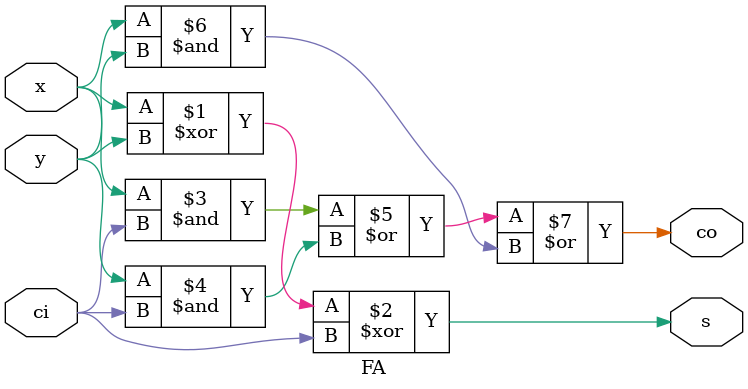
<source format=v>
module FA (x, y, ci, s, co);
input x, y, ci;
output s, co;

assign s = x ^ y ^ ci;
assign co = (x & ci) | (y & ci) | (x & y);

endmodule

</source>
